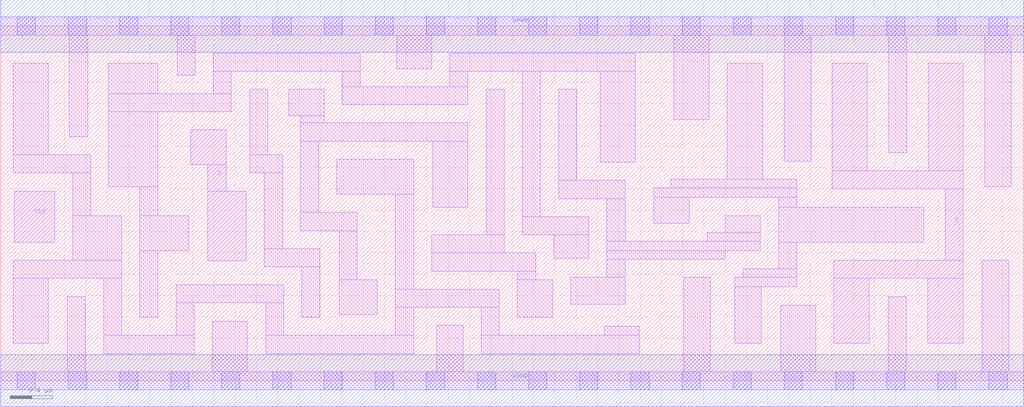
<source format=lef>
# Copyright 2020 The SkyWater PDK Authors
#
# Licensed under the Apache License, Version 2.0 (the "License");
# you may not use this file except in compliance with the License.
# You may obtain a copy of the License at
#
#     https://www.apache.org/licenses/LICENSE-2.0
#
# Unless required by applicable law or agreed to in writing, software
# distributed under the License is distributed on an "AS IS" BASIS,
# WITHOUT WARRANTIES OR CONDITIONS OF ANY KIND, either express or implied.
# See the License for the specific language governing permissions and
# limitations under the License.
#
# SPDX-License-Identifier: Apache-2.0

VERSION 5.7 ;
  NAMESCASESENSITIVE ON ;
  NOWIREEXTENSIONATPIN ON ;
  DIVIDERCHAR "/" ;
  BUSBITCHARS "[]" ;
UNITS
  DATABASE MICRONS 200 ;
END UNITS
MACRO sky130_fd_sc_hs__dfxtp_4
  CLASS CORE ;
  FOREIGN sky130_fd_sc_hs__dfxtp_4 ;
  ORIGIN  0.000000  0.000000 ;
  SIZE  9.600000 BY  3.330000 ;
  SYMMETRY X Y ;
  SITE unit ;
  PIN D
    ANTENNAGATEAREA  0.126000 ;
    DIRECTION INPUT ;
    USE SIGNAL ;
    PORT
      LAYER li1 ;
        RECT 1.785000 2.025000 2.115000 2.355000 ;
        RECT 1.945000 1.125000 2.305000 1.780000 ;
        RECT 1.945000 1.780000 2.115000 2.025000 ;
    END
  END D
  PIN Q
    ANTENNADIFFAREA  1.116000 ;
    DIRECTION OUTPUT ;
    USE SIGNAL ;
    PORT
      LAYER li1 ;
        RECT 7.805000 1.800000 9.035000 1.970000 ;
        RECT 7.805000 1.970000 8.135000 2.980000 ;
        RECT 7.820000 0.350000 8.150000 0.960000 ;
        RECT 7.820000 0.960000 9.035000 1.130000 ;
        RECT 8.700000 0.350000 9.035000 0.960000 ;
        RECT 8.705000 1.970000 9.035000 2.980000 ;
        RECT 8.865000 1.130000 9.035000 1.800000 ;
    END
  END Q
  PIN CLK
    ANTENNAGATEAREA  0.279000 ;
    DIRECTION INPUT ;
    USE CLOCK ;
    PORT
      LAYER li1 ;
        RECT 0.125000 1.300000 0.505000 1.780000 ;
    END
  END CLK
  PIN VGND
    DIRECTION INOUT ;
    USE GROUND ;
    PORT
      LAYER met1 ;
        RECT 0.000000 -0.245000 9.600000 0.245000 ;
    END
  END VGND
  PIN VPWR
    DIRECTION INOUT ;
    USE POWER ;
    PORT
      LAYER met1 ;
        RECT 0.000000 3.085000 9.600000 3.575000 ;
    END
  END VPWR
  OBS
    LAYER li1 ;
      RECT 0.000000 -0.085000 9.600000 0.085000 ;
      RECT 0.000000  3.245000 9.600000 3.415000 ;
      RECT 0.115000  0.350000 0.445000 0.960000 ;
      RECT 0.115000  0.960000 1.135000 1.130000 ;
      RECT 0.115000  1.950000 0.845000 2.120000 ;
      RECT 0.115000  2.120000 0.445000 2.980000 ;
      RECT 0.625000  0.085000 0.795000 0.790000 ;
      RECT 0.645000  2.290000 0.815000 3.245000 ;
      RECT 0.675000  1.130000 1.135000 1.550000 ;
      RECT 0.675000  1.550000 0.845000 1.950000 ;
      RECT 0.965000  0.255000 1.815000 0.425000 ;
      RECT 0.965000  0.425000 1.135000 0.960000 ;
      RECT 1.015000  1.820000 1.475000 2.525000 ;
      RECT 1.015000  2.525000 2.165000 2.695000 ;
      RECT 1.015000  2.695000 1.475000 2.980000 ;
      RECT 1.305000  0.595000 1.475000 1.220000 ;
      RECT 1.305000  1.220000 1.765000 1.550000 ;
      RECT 1.305000  1.550000 1.475000 1.820000 ;
      RECT 1.645000  0.425000 1.815000 0.730000 ;
      RECT 1.645000  0.730000 2.655000 0.900000 ;
      RECT 1.655000  2.865000 1.825000 3.245000 ;
      RECT 1.985000  0.085000 2.315000 0.560000 ;
      RECT 1.995000  2.695000 2.165000 2.905000 ;
      RECT 1.995000  2.905000 3.375000 3.075000 ;
      RECT 2.335000  1.950000 2.645000 2.120000 ;
      RECT 2.335000  2.120000 2.505000 2.735000 ;
      RECT 2.475000  1.070000 2.995000 1.240000 ;
      RECT 2.475000  1.240000 2.645000 1.950000 ;
      RECT 2.485000  0.255000 3.875000 0.425000 ;
      RECT 2.485000  0.425000 2.655000 0.730000 ;
      RECT 2.705000  2.485000 3.035000 2.735000 ;
      RECT 2.815000  1.410000 3.345000 1.580000 ;
      RECT 2.815000  1.580000 2.985000 2.250000 ;
      RECT 2.815000  2.250000 4.385000 2.420000 ;
      RECT 2.815000  2.420000 3.035000 2.485000 ;
      RECT 2.825000  0.595000 2.995000 1.070000 ;
      RECT 3.155000  1.750000 3.875000 2.080000 ;
      RECT 3.175000  0.620000 3.535000 0.950000 ;
      RECT 3.175000  0.950000 3.345000 1.410000 ;
      RECT 3.205000  2.590000 4.385000 2.760000 ;
      RECT 3.205000  2.760000 3.375000 2.905000 ;
      RECT 3.705000  0.425000 3.875000 0.690000 ;
      RECT 3.705000  0.690000 4.680000 0.860000 ;
      RECT 3.705000  0.860000 3.875000 1.750000 ;
      RECT 3.715000  2.930000 4.045000 3.245000 ;
      RECT 4.045000  1.030000 5.020000 1.200000 ;
      RECT 4.045000  1.200000 4.725000 1.370000 ;
      RECT 4.055000  1.630000 4.385000 2.250000 ;
      RECT 4.090000  0.085000 4.340000 0.520000 ;
      RECT 4.215000  2.760000 4.385000 2.905000 ;
      RECT 4.215000  2.905000 5.955000 3.075000 ;
      RECT 4.510000  0.255000 5.995000 0.425000 ;
      RECT 4.510000  0.425000 4.680000 0.690000 ;
      RECT 4.555000  1.370000 4.725000 2.735000 ;
      RECT 4.850000  0.595000 5.180000 0.950000 ;
      RECT 4.850000  0.950000 5.020000 1.030000 ;
      RECT 4.895000  1.370000 5.520000 1.540000 ;
      RECT 4.895000  1.540000 5.065000 2.905000 ;
      RECT 5.190000  1.150000 5.520000 1.370000 ;
      RECT 5.235000  1.710000 5.860000 1.880000 ;
      RECT 5.235000  1.880000 5.405000 2.735000 ;
      RECT 5.350000  0.720000 5.860000 0.970000 ;
      RECT 5.625000  2.050000 5.955000 2.905000 ;
      RECT 5.665000  0.425000 5.995000 0.510000 ;
      RECT 5.690000  0.970000 5.860000 1.140000 ;
      RECT 5.690000  1.140000 6.800000 1.220000 ;
      RECT 5.690000  1.220000 7.130000 1.310000 ;
      RECT 5.690000  1.310000 5.860000 1.710000 ;
      RECT 6.130000  1.480000 6.460000 1.720000 ;
      RECT 6.130000  1.720000 7.470000 1.810000 ;
      RECT 6.290000  1.810000 7.470000 1.890000 ;
      RECT 6.315000  2.450000 6.650000 3.245000 ;
      RECT 6.410000  0.085000 6.660000 0.970000 ;
      RECT 6.630000  1.310000 7.130000 1.390000 ;
      RECT 6.800000  1.390000 7.130000 1.550000 ;
      RECT 6.820000  1.890000 7.150000 2.980000 ;
      RECT 6.890000  0.350000 7.140000 0.880000 ;
      RECT 6.890000  0.880000 7.470000 0.970000 ;
      RECT 6.970000  0.970000 7.470000 1.050000 ;
      RECT 7.300000  1.050000 7.470000 1.300000 ;
      RECT 7.300000  1.300000 8.665000 1.630000 ;
      RECT 7.300000  1.630000 7.470000 1.720000 ;
      RECT 7.320000  0.085000 7.650000 0.710000 ;
      RECT 7.355000  2.060000 7.605000 3.245000 ;
      RECT 8.330000  0.085000 8.500000 0.790000 ;
      RECT 8.335000  2.140000 8.505000 3.245000 ;
      RECT 9.210000  0.085000 9.460000 1.130000 ;
      RECT 9.235000  1.820000 9.485000 3.245000 ;
    LAYER mcon ;
      RECT 0.155000 -0.085000 0.325000 0.085000 ;
      RECT 0.155000  3.245000 0.325000 3.415000 ;
      RECT 0.635000 -0.085000 0.805000 0.085000 ;
      RECT 0.635000  3.245000 0.805000 3.415000 ;
      RECT 1.115000 -0.085000 1.285000 0.085000 ;
      RECT 1.115000  3.245000 1.285000 3.415000 ;
      RECT 1.595000 -0.085000 1.765000 0.085000 ;
      RECT 1.595000  3.245000 1.765000 3.415000 ;
      RECT 2.075000 -0.085000 2.245000 0.085000 ;
      RECT 2.075000  3.245000 2.245000 3.415000 ;
      RECT 2.555000 -0.085000 2.725000 0.085000 ;
      RECT 2.555000  3.245000 2.725000 3.415000 ;
      RECT 3.035000 -0.085000 3.205000 0.085000 ;
      RECT 3.035000  3.245000 3.205000 3.415000 ;
      RECT 3.515000 -0.085000 3.685000 0.085000 ;
      RECT 3.515000  3.245000 3.685000 3.415000 ;
      RECT 3.995000 -0.085000 4.165000 0.085000 ;
      RECT 3.995000  3.245000 4.165000 3.415000 ;
      RECT 4.475000 -0.085000 4.645000 0.085000 ;
      RECT 4.475000  3.245000 4.645000 3.415000 ;
      RECT 4.955000 -0.085000 5.125000 0.085000 ;
      RECT 4.955000  3.245000 5.125000 3.415000 ;
      RECT 5.435000 -0.085000 5.605000 0.085000 ;
      RECT 5.435000  3.245000 5.605000 3.415000 ;
      RECT 5.915000 -0.085000 6.085000 0.085000 ;
      RECT 5.915000  3.245000 6.085000 3.415000 ;
      RECT 6.395000 -0.085000 6.565000 0.085000 ;
      RECT 6.395000  3.245000 6.565000 3.415000 ;
      RECT 6.875000 -0.085000 7.045000 0.085000 ;
      RECT 6.875000  3.245000 7.045000 3.415000 ;
      RECT 7.355000 -0.085000 7.525000 0.085000 ;
      RECT 7.355000  3.245000 7.525000 3.415000 ;
      RECT 7.835000 -0.085000 8.005000 0.085000 ;
      RECT 7.835000  3.245000 8.005000 3.415000 ;
      RECT 8.315000 -0.085000 8.485000 0.085000 ;
      RECT 8.315000  3.245000 8.485000 3.415000 ;
      RECT 8.795000 -0.085000 8.965000 0.085000 ;
      RECT 8.795000  3.245000 8.965000 3.415000 ;
      RECT 9.275000 -0.085000 9.445000 0.085000 ;
      RECT 9.275000  3.245000 9.445000 3.415000 ;
  END
END sky130_fd_sc_hs__dfxtp_4
END LIBRARY

</source>
